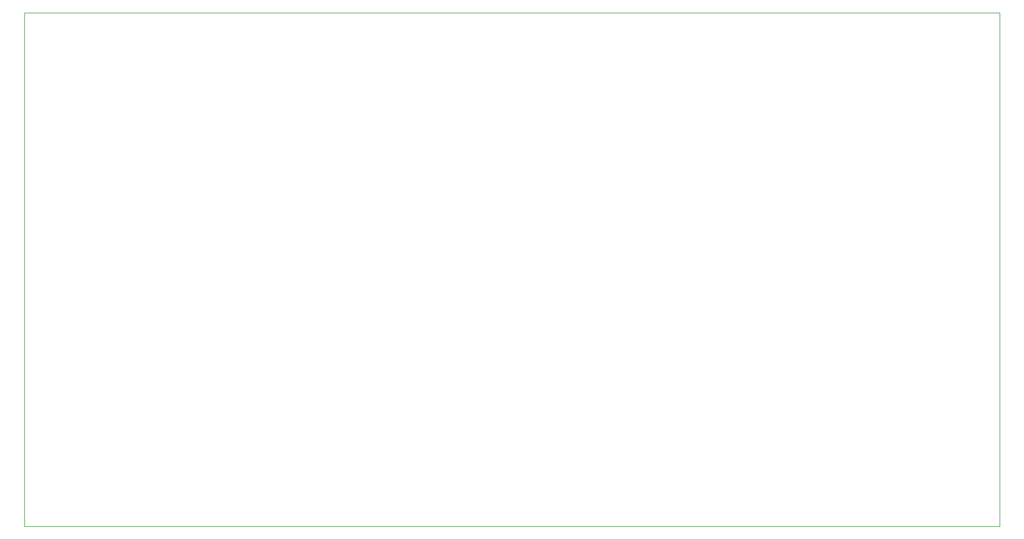
<source format=gm1>
G04 #@! TF.GenerationSoftware,KiCad,Pcbnew,(5.1.4-0-10_14)*
G04 #@! TF.CreationDate,2019-12-13T09:04:00-05:00*
G04 #@! TF.ProjectId,Robot,526f626f-742e-46b6-9963-61645f706362,rev?*
G04 #@! TF.SameCoordinates,Original*
G04 #@! TF.FileFunction,Profile,NP*
%FSLAX46Y46*%
G04 Gerber Fmt 4.6, Leading zero omitted, Abs format (unit mm)*
G04 Created by KiCad (PCBNEW (5.1.4-0-10_14)) date 2019-12-13 09:04:00*
%MOMM*%
%LPD*%
G04 APERTURE LIST*
%ADD10C,0.050000*%
G04 APERTURE END LIST*
D10*
X-64000000Y-64000000D02*
X1000000Y-64000000D01*
X-64000000Y14500000D02*
X-64000000Y-64000000D01*
X85000000Y-64000000D02*
X1000000Y-64000000D01*
X85000000Y14500000D02*
X85000000Y-64000000D01*
X-64000000Y14500000D02*
X85000000Y14500000D01*
M02*

</source>
